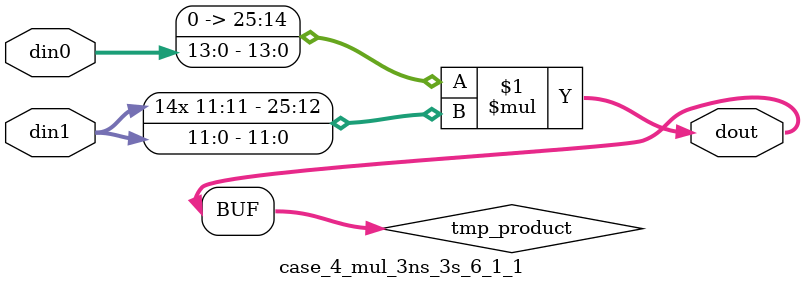
<source format=v>

`timescale 1 ns / 1 ps

 (* use_dsp = "no" *)  module case_4_mul_3ns_3s_6_1_1(din0, din1, dout);
parameter ID = 1;
parameter NUM_STAGE = 0;
parameter din0_WIDTH = 14;
parameter din1_WIDTH = 12;
parameter dout_WIDTH = 26;

input [din0_WIDTH - 1 : 0] din0; 
input [din1_WIDTH - 1 : 0] din1; 
output [dout_WIDTH - 1 : 0] dout;

wire signed [dout_WIDTH - 1 : 0] tmp_product;

























assign tmp_product = $signed({1'b0, din0}) * $signed(din1);










assign dout = tmp_product;





















endmodule

</source>
